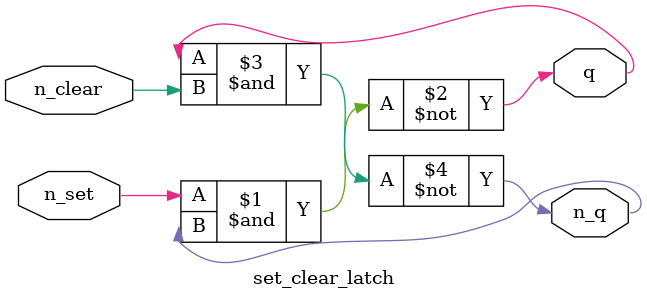
<source format=sv>
module set_clear_latch (
    input n_set,
    input n_clear,
    output q,
    output n_q
);

    nand nand1(q, n_set, n_q);
    nand nand2(n_q, q, n_clear);

endmodule
</source>
